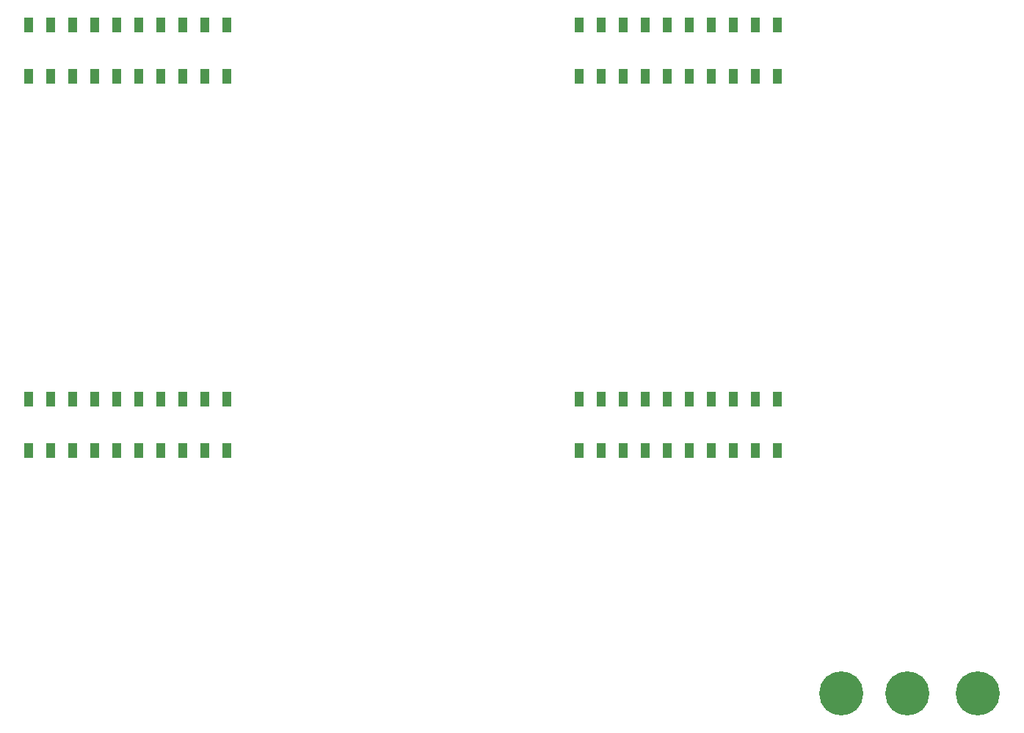
<source format=gbr>
%TF.GenerationSoftware,KiCad,Pcbnew,(5.1.6)-1*%
%TF.CreationDate,2020-11-24T13:28:34-06:00*%
%TF.ProjectId,Armboard,41726d62-6f61-4726-942e-6b696361645f,rev?*%
%TF.SameCoordinates,Original*%
%TF.FileFunction,Paste,Bot*%
%TF.FilePolarity,Positive*%
%FSLAX46Y46*%
G04 Gerber Fmt 4.6, Leading zero omitted, Abs format (unit mm)*
G04 Created by KiCad (PCBNEW (5.1.6)-1) date 2020-11-24 13:28:34*
%MOMM*%
%LPD*%
G01*
G04 APERTURE LIST*
%ADD10R,0.990600X1.778000*%
%ADD11C,5.080000*%
G04 APERTURE END LIST*
D10*
%TO.C,U2*%
X99314000Y-54965600D03*
X96774000Y-54965600D03*
X94234000Y-54965600D03*
X91694000Y-54965600D03*
X89154000Y-54965600D03*
X86614000Y-54965600D03*
X84074000Y-54965600D03*
X81534000Y-54965600D03*
X78994000Y-54965600D03*
X76454000Y-54965600D03*
X99314000Y-60858400D03*
X96774000Y-60858400D03*
X94234000Y-60858400D03*
X91694000Y-60858400D03*
X89154000Y-60858400D03*
X86614000Y-60858400D03*
X84074000Y-60858400D03*
X81534000Y-60858400D03*
X78994000Y-60858400D03*
X76454000Y-60858400D03*
X99314000Y-104038400D03*
X96774000Y-104038400D03*
X94234000Y-104038400D03*
X91694000Y-104038400D03*
X89154000Y-104038400D03*
X86614000Y-104038400D03*
X84074000Y-104038400D03*
X81534000Y-104038400D03*
X78994000Y-104038400D03*
X76454000Y-104038400D03*
X99314000Y-98145600D03*
X96774000Y-98145600D03*
X94234000Y-98145600D03*
X91694000Y-98145600D03*
X89154000Y-98145600D03*
X86614000Y-98145600D03*
X84074000Y-98145600D03*
X81534000Y-98145600D03*
X78994000Y-98145600D03*
X76454000Y-98145600D03*
X145034000Y-54965600D03*
X142494000Y-54965600D03*
X139954000Y-54965600D03*
X162814000Y-60858400D03*
X160274000Y-60858400D03*
X157734000Y-60858400D03*
X155194000Y-60858400D03*
X152654000Y-60858400D03*
X150114000Y-60858400D03*
X147574000Y-60858400D03*
X145034000Y-60858400D03*
X142494000Y-60858400D03*
X139954000Y-60858400D03*
X162814000Y-104038400D03*
X157734000Y-104038400D03*
X152654000Y-104038400D03*
X150114000Y-104038400D03*
X147574000Y-104038400D03*
X145034000Y-104038400D03*
X142494000Y-104038400D03*
X162814000Y-98145600D03*
X157734000Y-98145600D03*
X147574000Y-98145600D03*
X145034000Y-98145600D03*
X142494000Y-98145600D03*
X139954000Y-98145600D03*
X152654000Y-98145600D03*
X155194000Y-98145600D03*
X160274000Y-104038400D03*
X147574000Y-54965600D03*
X150114000Y-54965600D03*
X160274000Y-98145600D03*
X155194000Y-104038400D03*
X157734000Y-54965600D03*
X155194000Y-54965600D03*
X150114000Y-98145600D03*
X152654000Y-54965600D03*
X160274000Y-54965600D03*
X162814000Y-54965600D03*
X139954000Y-104038400D03*
%TD*%
D11*
%TO.C,Conn1*%
X185928000Y-132080000D03*
X177800000Y-132080000D03*
X170180000Y-132080000D03*
%TD*%
M02*

</source>
